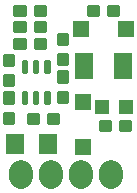
<source format=gbr>
G04 EAGLE Gerber RS-274X export*
G75*
%MOMM*%
%FSLAX34Y34*%
%LPD*%
%INSolderpaste Top*%
%IPPOS*%
%AMOC8*
5,1,8,0,0,1.08239X$1,22.5*%
G01*
%ADD10C,0.300000*%
%ADD11R,1.400000X1.400000*%
%ADD12R,1.650000X2.300000*%
%ADD13C,0.363000*%
%ADD14R,1.200000X1.300000*%
%ADD15R,1.600000X1.800000*%
%ADD16C,2.000000*%


D10*
X-23550Y57460D02*
X-31550Y57460D01*
X-31550Y64460D01*
X-23550Y64460D01*
X-23550Y57460D01*
X-23550Y60310D02*
X-31550Y60310D01*
X-31550Y63160D02*
X-23550Y63160D01*
X-14550Y57460D02*
X-6550Y57460D01*
X-14550Y57460D02*
X-14550Y64460D01*
X-6550Y64460D01*
X-6550Y57460D01*
X-6550Y60310D02*
X-14550Y60310D01*
X-14550Y63160D02*
X-6550Y63160D01*
X-6040Y92130D02*
X-6040Y100130D01*
X960Y100130D01*
X960Y92130D01*
X-6040Y92130D01*
X-6040Y94980D02*
X960Y94980D01*
X960Y97830D02*
X-6040Y97830D01*
X-6040Y83130D02*
X-6040Y75130D01*
X-6040Y83130D02*
X960Y83130D01*
X960Y75130D01*
X-6040Y75130D01*
X-6040Y77980D02*
X960Y77980D01*
X960Y80830D02*
X-6040Y80830D01*
X19250Y148900D02*
X27250Y148900D01*
X19250Y148900D02*
X19250Y155900D01*
X27250Y155900D01*
X27250Y148900D01*
X27250Y151750D02*
X19250Y151750D01*
X19250Y154600D02*
X27250Y154600D01*
X36250Y148900D02*
X44250Y148900D01*
X36250Y148900D02*
X36250Y155900D01*
X44250Y155900D01*
X44250Y148900D01*
X44250Y151750D02*
X36250Y151750D01*
X36250Y154600D02*
X44250Y154600D01*
D11*
X12750Y137160D03*
X50750Y137160D03*
D12*
X15250Y105410D03*
X48250Y105410D03*
D10*
X-51760Y82350D02*
X-51760Y74350D01*
X-51760Y82350D02*
X-44760Y82350D01*
X-44760Y74350D01*
X-51760Y74350D01*
X-51760Y77200D02*
X-44760Y77200D01*
X-44760Y80050D02*
X-51760Y80050D01*
X-51760Y65350D02*
X-51760Y57350D01*
X-51760Y65350D02*
X-44760Y65350D01*
X-44760Y57350D01*
X-51760Y57350D01*
X-51760Y60200D02*
X-44760Y60200D01*
X-44760Y63050D02*
X-51760Y63050D01*
X960Y106880D02*
X960Y114880D01*
X960Y106880D02*
X-6040Y106880D01*
X-6040Y114880D01*
X960Y114880D01*
X960Y109730D02*
X-6040Y109730D01*
X-6040Y112580D02*
X960Y112580D01*
X960Y123880D02*
X960Y131880D01*
X960Y123880D02*
X-6040Y123880D01*
X-6040Y131880D01*
X960Y131880D01*
X960Y126730D02*
X-6040Y126730D01*
X-6040Y129580D02*
X960Y129580D01*
X-17980Y127960D02*
X-25980Y127960D01*
X-17980Y127960D02*
X-17980Y120960D01*
X-25980Y120960D01*
X-25980Y127960D01*
X-25980Y123810D02*
X-17980Y123810D01*
X-17980Y126660D02*
X-25980Y126660D01*
X-34980Y127960D02*
X-42980Y127960D01*
X-34980Y127960D02*
X-34980Y120960D01*
X-42980Y120960D01*
X-42980Y127960D01*
X-42980Y123810D02*
X-34980Y123810D01*
X-34980Y126660D02*
X-42980Y126660D01*
X-25980Y155900D02*
X-17980Y155900D01*
X-17980Y148900D01*
X-25980Y148900D01*
X-25980Y155900D01*
X-25980Y151750D02*
X-17980Y151750D01*
X-17980Y154600D02*
X-25980Y154600D01*
X-34980Y155900D02*
X-42980Y155900D01*
X-34980Y155900D02*
X-34980Y148900D01*
X-42980Y148900D01*
X-42980Y155900D01*
X-42980Y151750D02*
X-34980Y151750D01*
X-34980Y154600D02*
X-42980Y154600D01*
X-25980Y141930D02*
X-17980Y141930D01*
X-17980Y134930D01*
X-25980Y134930D01*
X-25980Y141930D01*
X-25980Y137780D02*
X-17980Y137780D01*
X-17980Y140630D02*
X-25980Y140630D01*
X-34980Y141930D02*
X-42980Y141930D01*
X-34980Y141930D02*
X-34980Y134930D01*
X-42980Y134930D01*
X-42980Y141930D01*
X-42980Y137780D02*
X-34980Y137780D01*
X-34980Y140630D02*
X-42980Y140630D01*
X-51760Y114100D02*
X-51760Y106100D01*
X-51760Y114100D02*
X-44760Y114100D01*
X-44760Y106100D01*
X-51760Y106100D01*
X-51760Y108950D02*
X-44760Y108950D01*
X-44760Y111800D02*
X-51760Y111800D01*
X-51760Y97100D02*
X-51760Y89100D01*
X-51760Y97100D02*
X-44760Y97100D01*
X-44760Y89100D01*
X-51760Y89100D01*
X-51760Y91950D02*
X-44760Y91950D01*
X-44760Y94800D02*
X-51760Y94800D01*
D13*
X-35835Y74254D02*
X-33965Y74254D01*
X-35835Y74254D02*
X-35835Y82624D01*
X-33965Y82624D01*
X-33965Y74254D01*
X-33965Y77702D02*
X-35835Y77702D01*
X-35835Y81150D02*
X-33965Y81150D01*
X-26335Y74254D02*
X-24465Y74254D01*
X-26335Y74254D02*
X-26335Y82624D01*
X-24465Y82624D01*
X-24465Y74254D01*
X-24465Y77702D02*
X-26335Y77702D01*
X-26335Y81150D02*
X-24465Y81150D01*
X-16835Y74254D02*
X-14965Y74254D01*
X-16835Y74254D02*
X-16835Y82624D01*
X-14965Y82624D01*
X-14965Y74254D01*
X-14965Y77702D02*
X-16835Y77702D01*
X-16835Y81150D02*
X-14965Y81150D01*
X-14965Y100256D02*
X-16835Y100256D01*
X-16835Y108626D01*
X-14965Y108626D01*
X-14965Y100256D01*
X-14965Y103704D02*
X-16835Y103704D01*
X-16835Y107152D02*
X-14965Y107152D01*
X-33965Y100256D02*
X-35835Y100256D01*
X-35835Y108626D01*
X-33965Y108626D01*
X-33965Y100256D01*
X-33965Y103704D02*
X-35835Y103704D01*
X-35835Y107152D02*
X-33965Y107152D01*
X-26335Y108626D02*
X-24465Y108626D01*
X-24465Y100256D01*
X-26335Y100256D01*
X-26335Y108626D01*
X-26335Y103704D02*
X-24465Y103704D01*
X-24465Y107152D02*
X-26335Y107152D01*
D10*
X46410Y58110D02*
X54410Y58110D01*
X54410Y51110D01*
X46410Y51110D01*
X46410Y58110D01*
X46410Y53960D02*
X54410Y53960D01*
X54410Y56810D02*
X46410Y56810D01*
X37410Y58110D02*
X29410Y58110D01*
X37410Y58110D02*
X37410Y51110D01*
X29410Y51110D01*
X29410Y58110D01*
X29410Y53960D02*
X37410Y53960D01*
X37410Y56810D02*
X29410Y56810D01*
D11*
X13970Y74880D03*
X13970Y36880D03*
D14*
X50800Y71120D03*
X30480Y71120D03*
D15*
X-43210Y39370D03*
X-15210Y39370D03*
D16*
X38100Y15970D02*
X38100Y11970D01*
X12700Y11970D02*
X12700Y15970D01*
X-12700Y15970D02*
X-12700Y11970D01*
X-38100Y11970D02*
X-38100Y15970D01*
M02*

</source>
